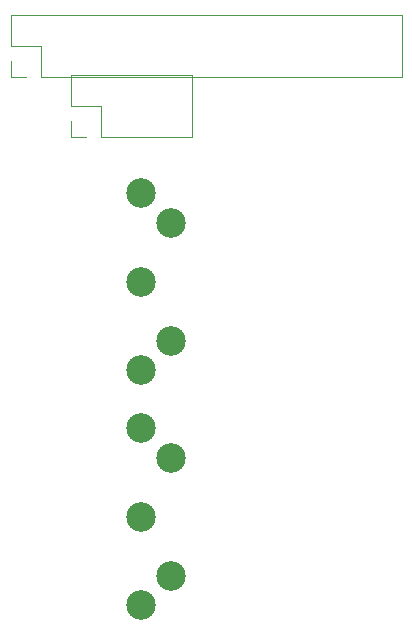
<source format=gbo>
G04 #@! TF.GenerationSoftware,KiCad,Pcbnew,(6.0.5)*
G04 #@! TF.CreationDate,2022-12-20T10:26:33+00:00*
G04 #@! TF.ProjectId,RPi-V1-MiniDexed-IOBoard,5250692d-5631-42d4-9d69-6e6944657865,rev?*
G04 #@! TF.SameCoordinates,Original*
G04 #@! TF.FileFunction,Legend,Bot*
G04 #@! TF.FilePolarity,Positive*
%FSLAX46Y46*%
G04 Gerber Fmt 4.6, Leading zero omitted, Abs format (unit mm)*
G04 Created by KiCad (PCBNEW (6.0.5)) date 2022-12-20 10:26:33*
%MOMM*%
%LPD*%
G01*
G04 APERTURE LIST*
%ADD10C,0.120000*%
%ADD11C,2.499360*%
G04 APERTURE END LIST*
D10*
X144425360Y-126409140D02*
X177565360Y-126409140D01*
X144425360Y-126409140D02*
X144425360Y-129009140D01*
X147025360Y-131609140D02*
X177565360Y-131609140D01*
X144425360Y-130279140D02*
X144425360Y-131609140D01*
X144425360Y-131609140D02*
X145755360Y-131609140D01*
X147025360Y-129009140D02*
X147025360Y-131609140D01*
X177565360Y-126409140D02*
X177565360Y-131609140D01*
X144425360Y-129009140D02*
X147025360Y-129009140D01*
X159785360Y-131489140D02*
X159785360Y-136689140D01*
X149505360Y-131489140D02*
X149505360Y-134089140D01*
X149505360Y-135359140D02*
X149505360Y-136689140D01*
X152105360Y-134089140D02*
X152105360Y-136689140D01*
X152105360Y-136689140D02*
X159785360Y-136689140D01*
X149505360Y-134089140D02*
X152105360Y-134089140D01*
X149505360Y-131489140D02*
X159785360Y-131489140D01*
X149505360Y-136689140D02*
X150835360Y-136689140D01*
D11*
X155497200Y-156468080D03*
X155499740Y-148970000D03*
X155497200Y-141471920D03*
X157999100Y-153966180D03*
X157999100Y-143973820D03*
X155497200Y-176348080D03*
X155499740Y-168850000D03*
X155497200Y-161351920D03*
X157999100Y-173846180D03*
X157999100Y-163853820D03*
M02*

</source>
